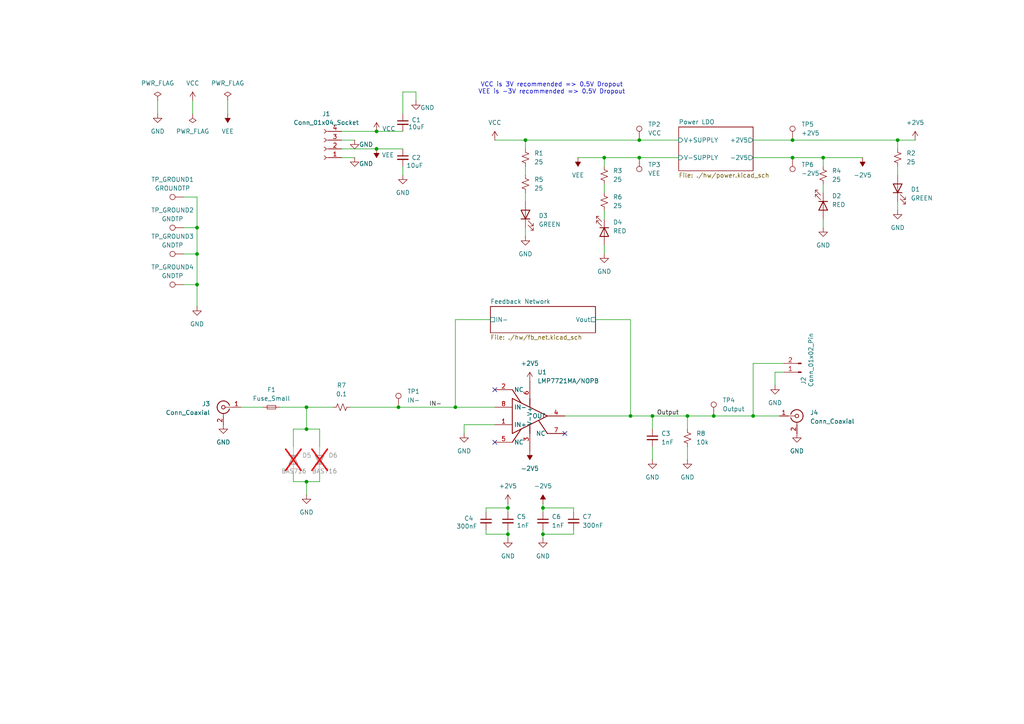
<source format=kicad_sch>
(kicad_sch (version 20231120) (generator "eeschema") (generator_version "8.0")
  (paper "A4")
  (title_block (title "PEtra") (date "2025-01-17") (rev "2") (company "IIS"))
  (lib_symbols
    (symbol "Connector:Conn_01x02_Pin" (pin_names (offset 1.016) hide)
      (property "Reference" "J" (at 0 2.54 0))
      (property "Value" "Conn_01x02_Pin" (at 0 -5.08 0))
      (symbol "Conn_01x02_Pin_1_1"
        (polyline (pts (xy 1.27 -2.54) (xy 0.8636 -2.54)) (stroke (width 0.1524)))
        (polyline (pts (xy 1.27 0) (xy 0.8636 0)) (stroke (width 0.1524)))
        (rectangle (start 0.8636 -2.413) (end 0 -2.667) (stroke (width 0.1524)) (fill (type outline)))
        (rectangle (start 0.8636 0.127) (end 0 -0.127) (stroke (width 0.1524)) (fill (type outline)))
        (pin passive line (at 5.08 0 180) (length 3.81) (name "Pin_1") (number "1"))
        (pin passive line (at 5.08 -2.54 180) (length 3.81) (name "Pin_2") (number "2"))
      )
    )
    (symbol "Connector:Conn_01x04_Socket" (pin_names (offset 1.016) hide)
      (property "Reference" "J" (at 0 5.08 0))
      (property "Value" "Conn_01x04_Socket" (at 0 -7.62 0))
      (symbol "Conn_01x04_Socket_1_1"
        (arc (start 0 -4.572) (mid -0.5058 -5.08) (end 0 -5.588) (stroke (width 0.1524)))
        (arc (start 0 -2.032) (mid -0.5058 -2.54) (end 0 -3.048) (stroke (width 0.1524)))
        (polyline (pts (xy -1.27 -5.08) (xy -0.508 -5.08)) (stroke (width 0.1524)))
        (polyline (pts (xy -1.27 -2.54) (xy -0.508 -2.54)) (stroke (width 0.1524)))
        (polyline (pts (xy -1.27 0) (xy -0.508 0)) (stroke (width 0.1524)))
        (polyline (pts (xy -1.27 2.54) (xy -0.508 2.54)) (stroke (width 0.1524)))
        (arc (start 0 0.508) (mid -0.5058 0) (end 0 -0.508) (stroke (width 0.1524)))
        (arc (start 0 3.048) (mid -0.5058 2.54) (end 0 2.032) (stroke (width 0.1524)))
        (pin passive line (at -5.08 2.54 0) (length 3.81) (name "Pin_1") (number "1"))
        (pin passive line (at -5.08 0 0) (length 3.81) (name "Pin_2") (number "2"))
        (pin passive line (at -5.08 -2.54 0) (length 3.81) (name "Pin_3") (number "3"))
        (pin passive line (at -5.08 -5.08 0) (length 3.81) (name "Pin_4") (number "4"))
      )
    )
    (symbol "Connector:Conn_Coaxial" (pin_names (offset 1.016) hide)
      (property "Reference" "J" (at 0.254 3.048 0))
      (property "Value" "Conn_Coaxial" (at 2.921 0 90))
      (symbol "Conn_Coaxial_0_1"
        (arc (start -1.778 -0.508) (mid 0.2311 -1.8066) (end 1.778 0) (stroke (width 0.254)))
        (polyline (pts (xy -2.54 0) (xy -0.508 0)))
        (polyline (pts (xy 0 -2.54) (xy 0 -1.778)))
        (circle (center 0 0) (radius 0.508) (stroke (width 0.2032)))
        (arc (start 1.778 0) (mid 0.2099 1.8101) (end -1.778 0.508) (stroke (width 0.254)))
      )
      (symbol "Conn_Coaxial_1_1"
        (pin passive line (at -5.08 0 0) (length 2.54) (name "In") (number "1"))
        (pin passive line (at 0 -5.08 90) (length 2.54) (name "Ext") (number "2"))
      )
    )
    (symbol "Connector:TestPoint" (pin_numbers hide) (pin_names (offset 0.762) hide)
      (property "Reference" "TP" (at 0 6.858 0))
      (property "Value" "TestPoint" (at 0 5.08 0))
      (symbol "TestPoint_0_1"
        (circle (center 0 3.302) (radius 0.762))
      )
      (symbol "TestPoint_1_1"
        (pin passive line (at 0 0 90) (length 2.54) (name "1") (number "1"))
      )
    )
    (symbol "Device:C_Small" (pin_numbers hide) (pin_names (offset 0.254) hide)
      (property "Reference" "C" (at 0.254 1.778 0))
      (property "Value" "C_Small" (at 0.254 -2.032 0))
      (symbol "C_Small_0_1"
        (polyline (pts (xy -1.524 -0.508) (xy 1.524 -0.508)) (stroke (width 0.3302)))
        (polyline (pts (xy -1.524 0.508) (xy 1.524 0.508)) (stroke (width 0.3048)))
      )
      (symbol "C_Small_1_1"
        (pin passive line (at 0 2.54 270) (length 2.032) (name "~") (number "1"))
        (pin passive line (at 0 -2.54 90) (length 2.032) (name "~") (number "2"))
      )
    )
    (symbol "Device:D" (pin_numbers hide) (pin_names (offset 1.016) hide)
      (property "Reference" "D" (at 0 2.54 0))
      (property "Value" "D" (at 0 -2.54 0))
      (symbol "D_0_1"
        (polyline (pts (xy -1.27 1.27) (xy -1.27 -1.27)) (stroke (width 0.254)))
        (polyline (pts (xy 1.27 0) (xy -1.27 0)))
        (polyline (pts (xy 1.27 1.27) (xy 1.27 -1.27) (xy -1.27 0) (xy 1.27 1.27)) (stroke (width 0.254)))
      )
      (symbol "D_1_1"
        (pin passive line (at -3.81 0 0) (length 2.54) (name "K") (number "1"))
        (pin passive line (at 3.81 0 180) (length 2.54) (name "A") (number "2"))
      )
    )
    (symbol "Device:Fuse_Small" (pin_numbers hide) (pin_names (offset 0.254) hide)
      (property "Reference" "F" (at 0 -1.524 0))
      (property "Value" "Fuse_Small" (at 0 1.524 0))
      (symbol "Fuse_Small_0_1"
        (rectangle (start -1.27 0.508) (end 1.27 -0.508))
        (polyline (pts (xy -1.27 0) (xy 1.27 0)))
      )
      (symbol "Fuse_Small_1_1"
        (pin passive line (at -2.54 0 0) (length 1.27) (name "~") (number "1"))
        (pin passive line (at 2.54 0 180) (length 1.27) (name "~") (number "2"))
      )
    )
    (symbol "Device:LED" (pin_numbers hide) (pin_names (offset 1.016) hide)
      (property "Reference" "D" (at 0 2.54 0))
      (property "Value" "LED" (at 0 -2.54 0))
      (symbol "LED_0_1"
        (polyline (pts (xy -1.27 -1.27) (xy -1.27 1.27)) (stroke (width 0.254)))
        (polyline (pts (xy -1.27 0) (xy 1.27 0)))
        (polyline (pts (xy 1.27 -1.27) (xy 1.27 1.27) (xy -1.27 0) (xy 1.27 -1.27)) (stroke (width 0.254)))
        (polyline (pts (xy -3.048 -0.762) (xy -4.572 -2.286) (xy -3.81 -2.286) (xy -4.572 -2.286) (xy -4.572 -1.524)))
        (polyline (pts (xy -1.778 -0.762) (xy -3.302 -2.286) (xy -2.54 -2.286) (xy -3.302 -2.286) (xy -3.302 -1.524)))
      )
      (symbol "LED_1_1"
        (pin passive line (at -3.81 0 0) (length 2.54) (name "K") (number "1"))
        (pin passive line (at 3.81 0 180) (length 2.54) (name "A") (number "2"))
      )
    )
    (symbol "Device:R_Small_US" (pin_numbers hide) (pin_names (offset 0.254) hide)
      (property "Reference" "R" (at 0.762 0.508 0))
      (property "Value" "R_Small_US" (at 0.762 -1.016 0))
      (symbol "R_Small_US_1_1"
        (polyline (pts (xy 0 0) (xy 1.016 -0.381) (xy 0 -0.762) (xy -1.016 -1.143) (xy 0 -1.524)))
        (polyline (pts (xy 0 1.524) (xy 1.016 1.143) (xy 0 0.762) (xy -1.016 0.381) (xy 0 0)))
        (pin passive line (at 0 2.54 270) (length 1.016) (name "~") (number "1"))
        (pin passive line (at 0 -2.54 90) (length 1.016) (name "~") (number "2"))
      )
    )
    (symbol "PEtra:LMP7721MA_NOPB"
      (property "Reference" "U" (at 0 0 0))
      (property "Value" "LMP7721MA/NOPB" (at 0 0 0))
      (symbol "LMP7721MA_NOPB_0_1"
        (polyline (pts (xy 0 -10.16) (xy 10.16 -5.08)) (stroke (width 0.254)))
        (polyline (pts (xy 0 0) (xy 0 -10.16)) (stroke (width 0.254)))
        (polyline (pts (xy 0 0) (xy 10.16 -5.08)) (stroke (width 0.254)))
        (polyline (pts (xy 2.54 -8.89) (xy 0 -12.7)) (stroke (width 0.254)))
        (polyline (pts (xy 2.54 -1.27) (xy 0 2.54)) (stroke (width 0.254)))
        (polyline (pts (xy 5.08 -7.62) (xy 5.08 -10.16)) (stroke (width 0.254)))
        (polyline (pts (xy 5.08 0) (xy 5.08 -2.54)) (stroke (width 0.254)))
        (polyline (pts (xy 7.62 -6.35) (xy 10.16 -10.16)) (stroke (width 0.254)))
        (pin input line (at -5.08 -7.62 0) (length 5.08) (name "IN+") (number "1"))
        (pin passive line (at -5.08 2.54 0) (length 5.08) (name "NC") (number "2"))
        (pin power_in line (at 5.08 -15.24 90) (length 6.858) (name "V-") (number "3"))
        (pin output line (at 15.24 -5.08 180) (length 5.08) (name "OUT") (number "4"))
        (pin passive line (at -5.08 -12.7 0) (length 5.08) (name "NC") (number "5"))
        (pin power_in line (at 5.08 5.08 270) (length 6.858) (name "V+") (number "6"))
        (pin passive line (at 15.24 -10.16 180) (length 5.08) (name "NC") (number "7"))
        (pin input line (at -5.08 -2.54 0) (length 5.08) (name "IN-") (number "8"))
      )
    )
    (symbol "power:+2V5" (power) (pin_numbers hide) (pin_names (offset 0) hide)
      (property "Value" "+2V5" (at 0 3.556 0))
      (symbol "+2V5_0_1"
        (polyline (pts (xy -0.762 1.27) (xy 0 2.54)))
        (polyline (pts (xy 0 0) (xy 0 2.54)))
        (polyline (pts (xy 0 2.54) (xy 0.762 1.27)))
      )
      (symbol "+2V5_1_1"
        (pin power_in line (at 0 0 90) (length 0) (name "~") (number "1"))
      )
    )
    (symbol "power:-2V5" (power) (pin_numbers hide) (pin_names (offset 0) hide)
      (property "Value" "-2V5" (at 0 3.556 0))
      (symbol "-2V5_0_0"
        (pin power_in line (at 0 0 90) (length 0) (name "~") (number "1"))
      )
      (symbol "-2V5_0_1"
        (polyline (pts (xy 0 0) (xy 0 1.27) (xy 0.762 1.27) (xy 0 2.54) (xy -0.762 1.27) (xy 0 1.27)) (fill (type outline)))
      )
    )
    (symbol "power:GND" (power) (pin_numbers hide) (pin_names (offset 0) hide)
      (property "Value" "GND" (at 0 -3.81 0))
      (symbol "GND_0_1"
        (polyline (pts (xy 0 0) (xy 0 -1.27) (xy 1.27 -1.27) (xy 0 -2.54) (xy -1.27 -1.27) (xy 0 -1.27)))
      )
      (symbol "GND_1_1"
        (pin power_in line (at 0 0 270) (length 0) (name "~") (number "1"))
      )
    )
    (symbol "power:PWR_FLAG" (power) (pin_numbers hide) (pin_names (offset 0) hide)
      (property "Value" "PWR_FLAG" (at 0 3.81 0))
      (symbol "PWR_FLAG_0_0"
        (pin power_out line (at 0 0 90) (length 0) (name "~") (number "1"))
      )
      (symbol "PWR_FLAG_0_1"
        (polyline (pts (xy 0 0) (xy 0 1.27) (xy -1.016 1.905) (xy 0 2.54) (xy 1.016 1.905) (xy 0 1.27)))
      )
    )
    (symbol "power:VCC" (power) (pin_numbers hide) (pin_names (offset 0) hide)
      (property "Value" "VCC" (at 0 3.556 0))
      (symbol "VCC_0_1"
        (polyline (pts (xy -0.762 1.27) (xy 0 2.54)))
        (polyline (pts (xy 0 0) (xy 0 2.54)))
        (polyline (pts (xy 0 2.54) (xy 0.762 1.27)))
      )
      (symbol "VCC_1_1"
        (pin power_in line (at 0 0 90) (length 0) (name "~") (number "1"))
      )
    )
    (symbol "power:VEE" (power) (pin_numbers hide) (pin_names (offset 0) hide)
      (property "Value" "VEE" (at 0 3.556 0))
      (symbol "VEE_0_1"
        (polyline (pts (xy 0 0) (xy 0 2.54)))
        (polyline (pts (xy 0.762 1.27) (xy -0.762 1.27) (xy 0 2.54) (xy 0.762 1.27)) (fill (type outline)))
      )
      (symbol "VEE_1_1"
        (pin power_in line (at 0 0 90) (length 0) (name "~") (number "1"))
      )
    )
  )
  (junction (at 157.48 154.94))
  (junction (at 57.15 73.66))
  (junction (at 109.22 43.18))
  (junction (at 132.08 118.11))
  (junction (at 115.57 118.11))
  (junction (at 182.88 120.65))
  (junction (at 57.15 82.55))
  (junction (at 229.87 45.72))
  (junction (at 229.87 40.64))
  (junction (at 185.42 45.72))
  (junction (at 57.15 66.04))
  (junction (at 88.9 118.11))
  (junction (at 157.48 147.32))
  (junction (at 147.32 154.94))
  (junction (at 189.23 120.65))
  (junction (at 152.4 40.64))
  (junction (at 260.35 40.64))
  (junction (at 175.26 45.72))
  (junction (at 218.44 120.65))
  (junction (at 88.9 139.7))
  (junction (at 199.39 120.65))
  (junction (at 147.32 147.32))
  (junction (at 88.9 124.46))
  (junction (at 207.01 120.65))
  (junction (at 185.42 40.64))
  (junction (at 238.76 45.72))
  (junction (at 109.22 38.1))
  (no_connect (at 143.51 128.27))
  (no_connect (at 163.83 125.73))
  (no_connect (at 143.51 113.03))
  (wire (pts (xy 175.26 53.34) (xy 175.26 55.88)))
  (wire (pts (xy 175.26 71.12) (xy 175.26 73.66)))
  (wire (pts (xy 132.08 118.11) (xy 143.51 118.11)))
  (wire (pts (xy 132.08 92.71) (xy 132.08 118.11)))
  (wire (pts (xy 238.76 45.72) (xy 250.19 45.72)))
  (wire (pts (xy 157.48 154.94) (xy 166.37 154.94)))
  (wire (pts (xy 218.44 40.64) (xy 229.87 40.64)))
  (wire (pts (xy 224.79 107.95) (xy 227.33 107.95)))
  (wire (pts (xy 189.23 120.65) (xy 189.23 124.46)))
  (wire (pts (xy 182.88 120.65) (xy 182.88 92.71)))
  (wire (pts (xy 53.34 57.15) (xy 57.15 57.15)))
  (wire (pts (xy 115.57 118.11) (xy 132.08 118.11)))
  (wire (pts (xy 66.04 29.21) (xy 66.04 33.02)))
  (wire (pts (xy 260.35 40.64) (xy 265.43 40.64)))
  (wire (pts (xy 147.32 146.05) (xy 147.32 147.32)))
  (wire (pts (xy 166.37 154.94) (xy 166.37 153.67)))
  (wire (pts (xy 260.35 58.42) (xy 260.35 60.96)))
  (wire (pts (xy 166.37 147.32) (xy 157.48 147.32)))
  (wire (pts (xy 101.6 118.11) (xy 115.57 118.11)))
  (wire (pts (xy 167.64 45.72) (xy 175.26 45.72)))
  (wire (pts (xy 85.09 129.54) (xy 85.09 124.46)))
  (wire (pts (xy 260.35 40.64) (xy 260.35 43.18)))
  (wire (pts (xy 92.71 137.16) (xy 92.71 139.7)))
  (wire (pts (xy 92.71 139.7) (xy 88.9 139.7)))
  (wire (pts (xy 175.26 45.72) (xy 185.42 45.72)))
  (wire (pts (xy 157.48 146.05) (xy 157.48 147.32)))
  (wire (pts (xy 143.51 40.64) (xy 152.4 40.64)))
  (wire (pts (xy 260.35 48.26) (xy 260.35 50.8)))
  (wire (pts (xy 218.44 45.72) (xy 229.87 45.72)))
  (wire (pts (xy 45.72 29.21) (xy 45.72 33.02)))
  (wire (pts (xy 140.97 147.32) (xy 147.32 147.32)))
  (wire (pts (xy 53.34 73.66) (xy 57.15 73.66)))
  (wire (pts (xy 88.9 139.7) (xy 85.09 139.7)))
  (wire (pts (xy 189.23 120.65) (xy 199.39 120.65)))
  (wire (pts (xy 88.9 118.11) (xy 96.52 118.11)))
  (wire (pts (xy 185.42 45.72) (xy 196.85 45.72)))
  (wire (pts (xy 57.15 82.55) (xy 57.15 73.66)))
  (wire (pts (xy 116.84 33.02) (xy 116.84 26.67)))
  (wire (pts (xy 92.71 124.46) (xy 92.71 129.54)))
  (wire (pts (xy 229.87 40.64) (xy 260.35 40.64)))
  (wire (pts (xy 134.62 123.19) (xy 143.51 123.19)))
  (wire (pts (xy 85.09 124.46) (xy 88.9 124.46)))
  (wire (pts (xy 99.06 38.1) (xy 109.22 38.1)))
  (wire (pts (xy 207.01 120.65) (xy 218.44 120.65)))
  (wire (pts (xy 189.23 129.54) (xy 189.23 133.35)))
  (wire (pts (xy 88.9 139.7) (xy 88.9 143.51)))
  (wire (pts (xy 238.76 53.34) (xy 238.76 55.88)))
  (wire (pts (xy 224.79 111.76) (xy 224.79 107.95)))
  (wire (pts (xy 175.26 45.72) (xy 175.26 48.26)))
  (wire (pts (xy 175.26 60.96) (xy 175.26 63.5)))
  (wire (pts (xy 88.9 118.11) (xy 88.9 124.46)))
  (wire (pts (xy 53.34 66.04) (xy 57.15 66.04)))
  (wire (pts (xy 199.39 129.54) (xy 199.39 133.35)))
  (wire (pts (xy 152.4 48.26) (xy 152.4 50.8)))
  (wire (pts (xy 140.97 148.59) (xy 140.97 147.32)))
  (wire (pts (xy 81.28 118.11) (xy 88.9 118.11)))
  (wire (pts (xy 120.65 26.67) (xy 120.65 29.21)))
  (wire (pts (xy 229.87 45.72) (xy 238.76 45.72)))
  (wire (pts (xy 57.15 73.66) (xy 57.15 66.04)))
  (wire (pts (xy 57.15 66.04) (xy 57.15 57.15)))
  (wire (pts (xy 147.32 147.32) (xy 147.32 148.59)))
  (wire (pts (xy 109.22 43.18) (xy 116.84 43.18)))
  (wire (pts (xy 238.76 45.72) (xy 238.76 48.26)))
  (wire (pts (xy 166.37 148.59) (xy 166.37 147.32)))
  (wire (pts (xy 152.4 40.64) (xy 185.42 40.64)))
  (wire (pts (xy 182.88 120.65) (xy 189.23 120.65)))
  (wire (pts (xy 218.44 105.41) (xy 227.33 105.41)))
  (wire (pts (xy 57.15 88.9) (xy 57.15 82.55)))
  (wire (pts (xy 152.4 40.64) (xy 152.4 43.18)))
  (wire (pts (xy 99.06 40.64) (xy 102.87 40.64)))
  (wire (pts (xy 147.32 154.94) (xy 140.97 154.94)))
  (wire (pts (xy 55.88 29.21) (xy 55.88 33.02)))
  (wire (pts (xy 238.76 63.5) (xy 238.76 66.04)))
  (wire (pts (xy 157.48 154.94) (xy 157.48 156.21)))
  (wire (pts (xy 142.24 92.71) (xy 132.08 92.71)))
  (wire (pts (xy 147.32 153.67) (xy 147.32 154.94)))
  (wire (pts (xy 69.85 118.11) (xy 76.2 118.11)))
  (wire (pts (xy 116.84 26.67) (xy 120.65 26.67)))
  (wire (pts (xy 199.39 120.65) (xy 199.39 124.46)))
  (wire (pts (xy 185.42 40.64) (xy 196.85 40.64)))
  (wire (pts (xy 88.9 124.46) (xy 92.71 124.46)))
  (wire (pts (xy 218.44 120.65) (xy 226.06 120.65)))
  (wire (pts (xy 85.09 139.7) (xy 85.09 137.16)))
  (wire (pts (xy 199.39 120.65) (xy 207.01 120.65)))
  (wire (pts (xy 152.4 55.88) (xy 152.4 58.42)))
  (wire (pts (xy 152.4 66.04) (xy 152.4 68.58)))
  (wire (pts (xy 99.06 43.18) (xy 109.22 43.18)))
  (wire (pts (xy 157.48 153.67) (xy 157.48 154.94)))
  (wire (pts (xy 134.62 123.19) (xy 134.62 125.73)))
  (wire (pts (xy 53.34 82.55) (xy 57.15 82.55)))
  (wire (pts (xy 140.97 154.94) (xy 140.97 153.67)))
  (wire (pts (xy 157.48 147.32) (xy 157.48 148.59)))
  (wire (pts (xy 99.06 45.72) (xy 102.87 45.72)))
  (wire (pts (xy 116.84 48.26) (xy 116.84 50.8)))
  (wire (pts (xy 182.88 92.71) (xy 172.72 92.71)))
  (wire (pts (xy 109.22 38.1) (xy 116.84 38.1)))
  (wire (pts (xy 218.44 105.41) (xy 218.44 120.65)))
  (wire (pts (xy 147.32 154.94) (xy 147.32 156.21)))
  (wire (pts (xy 182.88 120.65) (xy 163.83 120.65)))
  (text "VCC is 3V recommended => 0.5V Dropout\nVEE is -3V recommended => 0.5V Dropout\n" (at 160.02 25.654 0) (effects (font (size 1.27 1.27))))
  (label "Output" (at 190.5 120.65 0))
  (label "IN-" (at 124.46 118.11 0))
  (symbol (lib_id "power:+2V5") (at 153.67 110.49 0) (unit 1)
    (property "Reference" "#PWR018" (effects (hide yes)))
    (property "Value" "+2V5" (at 153.67 105.41 0))
    (property "Description" "Power symbol creates a global label with name \"+2V5\"" (effects (hide yes)))
  )
  (symbol (lib_id "Device:R_Small_US") (at 99.06 118.11 90) (unit 1)
    (property "Reference" "R7" (at 99.06 111.76 90))
    (property "Value" "0.1" (at 99.06 114.3 90))
    (property "Footprint" "Resistor_SMD:R_0603_1608Metric" (effects (hide yes)))
    (property "Datasheet" "https://www.digikey.ch/de/products/detail/panasonic-electronic-components/ERJ-3RSFR10V/308050" (effects (hide yes)))
    (property "Description" "Resistor, small US symbol" (effects (hide yes)))
  )
  (symbol (lib_id "Connector:TestPoint") (at 53.34 82.55 90) (unit 1)
    (property "Reference" "TP_GROUND4" (at 50.038 77.47 90))
    (property "Value" "GNDTP" (at 50.038 80.01 90))
    (property "Footprint" "TestPoint:TestPoint_Pad_3.0x3.0mm" (effects (hide yes)))
    (property "Description" "test point" (effects (hide yes)))
  )
  (symbol (lib_id "power:GND") (at 134.62 125.73 0) (unit 1)
    (property "Reference" "#PWR013" (effects (hide yes)))
    (property "Value" "GND" (at 134.62 130.81 0))
    (property "Description" "Power symbol creates a global label with name \"GND\" , ground" (effects (hide yes)))
  )
  (symbol (lib_id "Device:C_Small") (at 189.23 127 0) (unit 1)
    (property "Reference" "C3" (at 191.77 125.7362 0) (effects (justify left)))
    (property "Value" "1nF" (at 191.77 128.2762 0) (effects (justify left)))
    (property "Footprint" "Capacitor_SMD:C_0603_1608Metric" (effects (hide yes)))
    (property "Description" "Unpolarized capacitor, small symbol" (effects (hide yes)))
  )
  (symbol (lib_id "Connector:Conn_Coaxial") (at 64.77 118.11 0) (mirror y) (unit 1)
    (property "Reference" "J3" (at 60.96 117.1331 0) (effects (justify left)))
    (property "Value" "Conn_Coaxial" (at 60.96 119.6731 0) (effects (justify left)))
    (property "Footprint" "PEtra:LINX_CONREVSMA001-SMD-G" (effects (hide yes)))
    (property "Description" "coaxial connector (BNC, SMA, SMB, SMC, Cinch/RCA, LEMO, ...)" (effects (hide yes)))
  )
  (symbol (lib_id "Connector:TestPoint") (at 185.42 40.64 0) (unit 1)
    (property "Reference" "TP2" (at 187.96 36.0679 0) (effects (justify left)))
    (property "Value" "VCC" (at 187.96 38.6079 0) (effects (justify left)))
    (property "Footprint" "TestPoint:TestPoint_Pad_D3.0mm" (effects (hide yes)))
    (property "Description" "test point" (effects (hide yes)))
  )
  (symbol (lib_id "power:GND") (at 199.39 133.35 0) (unit 1)
    (property "Reference" "#PWR025" (effects (hide yes)))
    (property "Value" "GND" (at 199.39 138.43 0))
    (property "Description" "Power symbol creates a global label with name \"GND\" , ground" (effects (hide yes)))
  )
  (symbol (lib_id "Device:R_Small_US") (at 152.4 53.34 0) (unit 1)
    (property "Reference" "R5" (at 154.94 52.0699 0) (effects (justify left)))
    (property "Value" "25" (at 154.94 54.6099 0) (effects (justify left)))
    (property "Footprint" "Resistor_SMD:R_1206_3216Metric" (effects (hide yes)))
    (property "Datasheet" "https://www.digikey.ch/de/products/detail/vishay-dale/RCP1206W25R0GEB/5481872" (effects (hide yes)))
    (property "Description" "Resistor, small US symbol" (effects (hide yes)))
  )
  (symbol (lib_id "Device:LED") (at 175.26 67.31 270) (unit 1)
    (property "Reference" "D4" (at 177.8 64.4524 90) (effects (justify left)))
    (property "Value" "RED" (at 177.8 66.9924 90) (effects (justify left)))
    (property "Footprint" "LED_SMD:LED_0603_1608Metric" (effects (hide yes)))
    (property "Datasheet" "https://www.digikey.ch/de/products/detail/w%C3%BCrth-elektronik/150060RS75000/4489901" (effects (hide yes)))
    (property "Description" "Light emitting diode" (effects (hide yes)))
  )
  (symbol (lib_id "power:GND") (at 120.65 29.21 0) (unit 1)
    (property "Reference" "#PWR012" (effects (hide yes)))
    (property "Value" "GND" (at 123.952 31.242 0))
    (property "Description" "Power symbol creates a global label with name \"GND\" , ground" (effects (hide yes)))
  )
  (symbol (lib_id "power:GND") (at 260.35 60.96 0) (unit 1)
    (property "Reference" "#PWR030" (effects (hide yes)))
    (property "Value" "GND" (at 260.35 66.04 0))
    (property "Description" "Power symbol creates a global label with name \"GND\" , ground" (effects (hide yes)))
  )
  (symbol (lib_id "Device:C_Small") (at 116.84 45.72 0) (unit 1)
    (property "Reference" "C2" (at 119.38 45.72 0) (effects (justify left)))
    (property "Value" "10uF" (at 117.856 48.006 0) (effects (justify left)))
    (property "Footprint" "Capacitor_SMD:C_0805_2012Metric" (effects (hide yes)))
    (property "Description" "Unpolarized capacitor, small symbol" (effects (hide yes)))
  )
  (symbol (lib_id "Connector:TestPoint") (at 229.87 45.72 180) (unit 1)
    (property "Reference" "TP6" (at 232.41 47.7519 0) (effects (justify right)))
    (property "Value" "-2V5" (at 232.41 50.2919 0) (effects (justify right)))
    (property "Footprint" "TestPoint:TestPoint_Pad_D3.0mm" (effects (hide yes)))
    (property "Description" "test point" (effects (hide yes)))
  )
  (symbol (lib_id "Connector:TestPoint") (at 185.42 45.72 180) (unit 1)
    (property "Reference" "TP3" (at 187.96 47.7519 0) (effects (justify right)))
    (property "Value" "VEE" (at 187.96 50.2919 0) (effects (justify right)))
    (property "Footprint" "TestPoint:TestPoint_Pad_D3.0mm" (effects (hide yes)))
    (property "Description" "test point" (effects (hide yes)))
  )
  (symbol (lib_id "Connector:TestPoint") (at 53.34 73.66 90) (unit 1)
    (property "Reference" "TP_GROUND3" (at 50.038 68.58 90))
    (property "Value" "GNDTP" (at 50.038 71.12 90))
    (property "Footprint" "TestPoint:TestPoint_Pad_3.0x3.0mm" (effects (hide yes)))
    (property "Description" "test point" (effects (hide yes)))
  )
  (symbol (lib_id "power:GND") (at 157.48 156.21 0) (unit 1)
    (property "Reference" "#PWR021" (effects (hide yes)))
    (property "Value" "GND" (at 157.48 161.29 0))
    (property "Description" "Power symbol creates a global label with name \"GND\" , ground" (effects (hide yes)))
  )
  (symbol (lib_id "Device:LED") (at 152.4 62.23 90) (unit 1)
    (property "Reference" "D3" (at 156.21 62.5474 90) (effects (justify right)))
    (property "Value" "GREEN" (at 156.21 65.0874 90) (effects (justify right)))
    (property "Footprint" "LED_SMD:LED_0603_1608Metric" (effects (hide yes)))
    (property "Datasheet" "https://www.digikey.ch/de/products/detail/w%C3%BCrth-elektronik/150060VS75000/4489906" (effects (hide yes)))
    (property "Description" "Light emitting diode" (effects (hide yes)))
  )
  (symbol (lib_id "power:GND") (at 189.23 133.35 0) (unit 1)
    (property "Reference" "#PWR024" (effects (hide yes)))
    (property "Value" "GND" (at 189.23 138.43 0))
    (property "Description" "Power symbol creates a global label with name \"GND\" , ground" (effects (hide yes)))
  )
  (symbol (lib_id "power:GND") (at 64.77 123.19 0) (unit 1)
    (property "Reference" "#PWR04" (effects (hide yes)))
    (property "Value" "GND" (at 64.77 128.27 0))
    (property "Description" "Power symbol creates a global label with name \"GND\" , ground" (effects (hide yes)))
  )
  (symbol (lib_id "power:+2V5") (at 147.32 146.05 0) (unit 1)
    (property "Reference" "#PWR015" (effects (hide yes)))
    (property "Value" "+2V5" (at 147.32 140.97 0))
    (property "Description" "Power symbol creates a global label with name \"+2V5\"" (effects (hide yes)))
  )
  (symbol (lib_id "power:PWR_FLAG") (at 66.04 29.21 0) (unit 1)
    (property "Reference" "#FLG03" (effects (hide yes)))
    (property "Value" "PWR_FLAG" (at 66.04 24.13 0))
    (property "Description" "Special symbol for telling ERC where power comes from" (effects (hide yes)))
  )
  (symbol (lib_id "Device:C_Small") (at 166.37 151.13 0) (unit 1)
    (property "Reference" "C7" (at 168.91 149.8662 0) (effects (justify left)))
    (property "Value" "300nF" (at 168.91 152.4062 0) (effects (justify left)))
    (property "Footprint" "Capacitor_SMD:C_0603_1608Metric" (effects (hide yes)))
    (property "Description" "Unpolarized capacitor, small symbol" (effects (hide yes)))
  )
  (symbol (lib_id "power:VCC") (at 143.51 40.64 0) (unit 1)
    (property "Reference" "#PWR014" (effects (hide yes)))
    (property "Value" "VCC" (at 143.51 35.56 0))
    (property "Description" "Power symbol creates a global label with name \"VCC\"" (effects (hide yes)))
  )
  (symbol (lib_id "power:-2V5") (at 157.48 146.05 0) (unit 1)
    (property "Reference" "#PWR020" (effects (hide yes)))
    (property "Value" "-2V5" (at 157.48 140.97 0))
    (property "Description" "Power symbol creates a global label with name \"-2V5\"" (effects (hide yes)))
  )
  (symbol (lib_id "Device:R_Small_US") (at 238.76 50.8 0) (unit 1)
    (property "Reference" "R4" (at 241.3 49.5299 0) (effects (justify left)))
    (property "Value" "25" (at 241.3 52.0699 0) (effects (justify left)))
    (property "Footprint" "Resistor_SMD:R_1206_3216Metric" (effects (hide yes)))
    (property "Datasheet" "https://www.digikey.ch/de/products/detail/vishay-dale/RCP1206W25R0GEB/5481872" (effects (hide yes)))
    (property "Description" "Resistor, small US symbol" (effects (hide yes)))
  )
  (symbol (lib_id "power:VEE") (at 167.64 45.72 180) (unit 1)
    (property "Reference" "#PWR022" (effects (hide yes)))
    (property "Value" "VEE" (at 167.64 50.8 0))
    (property "Description" "Power symbol creates a global label with name \"VEE\"" (effects (hide yes)))
  )
  (symbol (lib_id "Device:D") (at 85.09 133.35 270) (unit 1) (dnp yes)
    (property "Reference" "D5" (at 87.63 132.0799 90) (effects (justify left)))
    (property "Value" "BAS716" (at 81.534 136.652 90) (effects (justify left)))
    (property "Footprint" "Diode_SMD:D_SOD-523" (effects (hide yes)))
    (property "Datasheet" "https://www.digikey.ch/de/products/detail/good-ark-semiconductor/BAS716/18668041" (effects (hide yes)))
    (property "Description" "Diode" (effects (hide yes)))
    (property "Sim.Device" "D" (effects (hide yes)))
    (property "Sim.Pins" "1=K 2=A" (effects (hide yes)))
  )
  (symbol (lib_id "Connector:TestPoint") (at 115.57 118.11 0) (unit 1)
    (property "Reference" "TP1" (at 118.11 113.5379 0) (effects (justify left)))
    (property "Value" "IN-" (at 118.11 116.0779 0) (effects (justify left)))
    (property "Footprint" "TestPoint:TestPoint_Pad_D3.0mm" (effects (hide yes)))
    (property "Description" "test point" (effects (hide yes)))
  )
  (symbol (lib_id "Connector:Conn_Coaxial") (at 231.14 120.65 0) (unit 1)
    (property "Reference" "J4" (at 234.95 119.6731 0) (effects (justify left)))
    (property "Value" "Conn_Coaxial" (at 234.95 122.2131 0) (effects (justify left)))
    (property "Footprint" "PEtra:LINX_CONREVSMA001-SMD-G" (effects (hide yes)))
    (property "Description" "coaxial connector (BNC, SMA, SMB, SMC, Cinch/RCA, LEMO, ...)" (effects (hide yes)))
  )
  (symbol (lib_id "power:-2V5") (at 153.67 130.81 180) (unit 1)
    (property "Reference" "#PWR019" (effects (hide yes)))
    (property "Value" "-2V5" (at 153.67 135.89 0))
    (property "Description" "Power symbol creates a global label with name \"-2V5\"" (effects (hide yes)))
  )
  (symbol (lib_id "Device:Fuse_Small") (at 78.74 118.11 0) (unit 1)
    (property "Reference" "F1" (at 78.74 113.03 0))
    (property "Value" "Fuse_Small" (at 78.74 115.57 0))
    (property "Footprint" "Fuse:Fuse_0603_1608Metric" (effects (hide yes)))
    (property "Datasheet" "https://www.digikey.ch/en/products/detail/kyocera-avx/F0603G0R02FNTR/9948432" (effects (hide yes)))
    (property "Description" "Fuse, small symbol" (effects (hide yes)))
  )
  (symbol (lib_id "power:PWR_FLAG") (at 45.72 29.21 0) (unit 1)
    (property "Reference" "#FLG01" (effects (hide yes)))
    (property "Value" "PWR_FLAG" (at 45.72 24.13 0))
    (property "Description" "Special symbol for telling ERC where power comes from" (effects (hide yes)))
  )
  (symbol (lib_id "Device:R_Small_US") (at 175.26 50.8 0) (unit 1)
    (property "Reference" "R3" (at 177.8 49.5299 0) (effects (justify left)))
    (property "Value" "25" (at 177.8 52.0699 0) (effects (justify left)))
    (property "Footprint" "Resistor_SMD:R_1206_3216Metric" (effects (hide yes)))
    (property "Datasheet" "https://www.digikey.ch/de/products/detail/vishay-dale/RCP1206W25R0GEB/5481872" (effects (hide yes)))
    (property "Description" "Resistor, small US symbol" (effects (hide yes)))
  )
  (symbol (lib_id "power:-2V5") (at 250.19 45.72 180) (unit 1)
    (property "Reference" "#PWR029" (effects (hide yes)))
    (property "Value" "-2V5" (at 250.19 50.8 0))
    (property "Description" "Power symbol creates a global label with name \"-2V5\"" (effects (hide yes)))
  )
  (symbol (lib_id "power:GND") (at 45.72 33.02 0) (unit 1)
    (property "Reference" "#PWR01" (effects (hide yes)))
    (property "Value" "GND" (at 45.72 38.1 0))
    (property "Description" "Power symbol creates a global label with name \"GND\" , ground" (effects (hide yes)))
  )
  (symbol (lib_id "power:VCC") (at 109.22 38.1 0) (unit 1)
    (property "Reference" "#PWR09" (effects (hide yes)))
    (property "Value" "VCC" (at 112.776 37.338 0))
    (property "Description" "Power symbol creates a global label with name \"VCC\"" (effects (hide yes)))
  )
  (symbol (lib_id "power:GND") (at 102.87 40.64 0) (unit 1)
    (property "Reference" "#PWR07" (effects (hide yes)))
    (property "Value" "GND" (at 106.172 41.91 0))
    (property "Description" "Power symbol creates a global label with name \"GND\" , ground" (effects (hide yes)))
  )
  (symbol (lib_id "Connector:Conn_01x04_Socket") (at 93.98 43.18 180) (unit 1)
    (property "Reference" "J1" (at 94.615 33.02 0))
    (property "Value" "Conn_01x04_Socket" (at 94.615 35.56 0))
    (property "Footprint" "PEtra:CONN_1985218" (effects (hide yes)))
    (property "Description" "Generic connector, single row, 01x04, script generated" (effects (hide yes)))
  )
  (symbol (lib_id "Device:R_Small_US") (at 260.35 45.72 0) (unit 1)
    (property "Reference" "R2" (at 262.89 44.4499 0) (effects (justify left)))
    (property "Value" "25" (at 262.89 46.9899 0) (effects (justify left)))
    (property "Footprint" "Resistor_SMD:R_1206_3216Metric" (effects (hide yes)))
    (property "Datasheet" "https://www.digikey.ch/de/products/detail/vishay-dale/RCP1206W25R0GEB/5481872" (effects (hide yes)))
    (property "Description" "Resistor, small US symbol" (effects (hide yes)))
  )
  (symbol (lib_id "power:GND") (at 116.84 50.8 0) (unit 1)
    (property "Reference" "#PWR011" (effects (hide yes)))
    (property "Value" "GND" (at 116.84 55.88 0))
    (property "Description" "Power symbol creates a global label with name \"GND\" , ground" (effects (hide yes)))
  )
  (symbol (lib_id "power:GND") (at 102.87 45.72 0) (unit 1)
    (property "Reference" "#PWR08" (effects (hide yes)))
    (property "Value" "GND" (at 106.172 47.498 0))
    (property "Description" "Power symbol creates a global label with name \"GND\" , ground" (effects (hide yes)))
  )
  (symbol (lib_id "power:GND") (at 175.26 73.66 0) (unit 1)
    (property "Reference" "#PWR023" (effects (hide yes)))
    (property "Value" "GND" (at 175.26 78.74 0))
    (property "Description" "Power symbol creates a global label with name \"GND\" , ground" (effects (hide yes)))
  )
  (symbol (lib_id "power:GND") (at 88.9 143.51 0) (unit 1)
    (property "Reference" "#PWR06" (effects (hide yes)))
    (property "Value" "GND" (at 88.9 148.59 0))
    (property "Description" "Power symbol creates a global label with name \"GND\" , ground" (effects (hide yes)))
  )
  (symbol (lib_id "power:GND") (at 238.76 66.04 0) (unit 1)
    (property "Reference" "#PWR028" (effects (hide yes)))
    (property "Value" "GND" (at 238.76 71.12 0))
    (property "Description" "Power symbol creates a global label with name \"GND\" , ground" (effects (hide yes)))
  )
  (symbol (lib_id "PEtra:LMP7721MA_NOPB") (at 148.59 115.57 0) (unit 1)
    (property "Reference" "U1" (at 155.8641 107.95 0) (effects (justify left)))
    (property "Value" "LMP7721MA/NOPB" (at 155.8641 110.49 0) (effects (justify left)))
    (property "Footprint" "Package_SO:SOIC-8_3.9x4.9mm_P1.27mm" (effects (hide yes)))
    (property "Datasheet" "https://www.ti.com/lit/ds/symlink/lmp7721.pdf" (effects (hide yes)))
  )
  (symbol (lib_id "power:GND") (at 152.4 68.58 0) (unit 1)
    (property "Reference" "#PWR017" (effects (hide yes)))
    (property "Value" "GND" (at 152.4 73.66 0))
    (property "Description" "Power symbol creates a global label with name \"GND\" , ground" (effects (hide yes)))
  )
  (symbol (lib_id "Device:C_Small") (at 147.32 151.13 0) (unit 1)
    (property "Reference" "C5" (at 149.86 149.8662 0) (effects (justify left)))
    (property "Value" "1nF" (at 149.86 152.4062 0) (effects (justify left)))
    (property "Footprint" "Capacitor_SMD:C_0603_1608Metric" (effects (hide yes)))
    (property "Description" "Unpolarized capacitor, small symbol" (effects (hide yes)))
  )
  (symbol (lib_id "Device:R_Small_US") (at 152.4 45.72 0) (unit 1)
    (property "Reference" "R1" (at 154.94 44.4499 0) (effects (justify left)))
    (property "Value" "25" (at 154.94 46.9899 0) (effects (justify left)))
    (property "Footprint" "Resistor_SMD:R_1206_3216Metric" (effects (hide yes)))
    (property "Datasheet" "https://www.digikey.ch/de/products/detail/vishay-dale/RCP1206W25R0GEB/5481872" (effects (hide yes)))
    (property "Description" "Resistor, small US symbol" (effects (hide yes)))
  )
  (symbol (lib_id "Device:R_Small_US") (at 175.26 58.42 0) (unit 1)
    (property "Reference" "R6" (at 177.8 57.1499 0) (effects (justify left)))
    (property "Value" "25" (at 177.8 59.6899 0) (effects (justify left)))
    (property "Footprint" "Resistor_SMD:R_1206_3216Metric" (effects (hide yes)))
    (property "Datasheet" "https://www.digikey.ch/de/products/detail/vishay-dale/RCP1206W25R0GEB/5481872" (effects (hide yes)))
    (property "Description" "Resistor, small US symbol" (effects (hide yes)))
  )
  (symbol (lib_id "power:VEE") (at 109.22 43.18 180) (unit 1)
    (property "Reference" "#PWR010" (effects (hide yes)))
    (property "Value" "VEE" (at 112.522 44.958 0))
    (property "Description" "Power symbol creates a global label with name \"VEE\"" (effects (hide yes)))
  )
  (symbol (lib_id "power:+2V5") (at 265.43 40.64 0) (unit 1)
    (property "Reference" "#PWR031" (effects (hide yes)))
    (property "Value" "+2V5" (at 265.43 35.56 0))
    (property "Description" "Power symbol creates a global label with name \"+2V5\"" (effects (hide yes)))
  )
  (symbol (lib_id "power:GND") (at 231.14 125.73 0) (unit 1)
    (property "Reference" "#PWR027" (effects (hide yes)))
    (property "Value" "GND" (at 231.14 130.81 0))
    (property "Description" "Power symbol creates a global label with name \"GND\" , ground" (effects (hide yes)))
  )
  (symbol (lib_id "Device:LED") (at 238.76 59.69 270) (unit 1)
    (property "Reference" "D2" (at 241.3 56.8324 90) (effects (justify left)))
    (property "Value" "RED" (at 241.3 59.3724 90) (effects (justify left)))
    (property "Footprint" "LED_SMD:LED_0603_1608Metric" (effects (hide yes)))
    (property "Datasheet" "https://www.digikey.ch/de/products/detail/w%C3%BCrth-elektronik/150060RS75000/4489901" (effects (hide yes)))
    (property "Description" "Light emitting diode" (effects (hide yes)))
  )
  (symbol (lib_id "power:PWR_FLAG") (at 55.88 33.02 180) (unit 1)
    (property "Reference" "#FLG02" (effects (hide yes)))
    (property "Value" "PWR_FLAG" (at 55.88 38.1 0))
    (property "Description" "Special symbol for telling ERC where power comes from" (effects (hide yes)))
  )
  (symbol (lib_id "power:GND") (at 147.32 156.21 0) (unit 1)
    (property "Reference" "#PWR016" (effects (hide yes)))
    (property "Value" "GND" (at 147.32 161.29 0))
    (property "Description" "Power symbol creates a global label with name \"GND\" , ground" (effects (hide yes)))
  )
  (symbol (lib_id "Device:C_Small") (at 140.97 151.13 0) (unit 1)
    (property "Reference" "C4" (at 134.62 150.368 0) (effects (justify left)))
    (property "Value" "300nF" (at 132.334 152.654 0) (effects (justify left)))
    (property "Footprint" "Capacitor_SMD:C_0603_1608Metric" (effects (hide yes)))
    (property "Description" "Unpolarized capacitor, small symbol" (effects (hide yes)))
  )
  (symbol (lib_id "power:VCC") (at 55.88 29.21 0) (unit 1)
    (property "Reference" "#PWR02" (effects (hide yes)))
    (property "Value" "VCC" (at 55.88 24.13 0))
    (property "Description" "Power symbol creates a global label with name \"VCC\"" (effects (hide yes)))
  )
  (symbol (lib_id "Device:R_Small_US") (at 199.39 127 0) (unit 1)
    (property "Reference" "R8" (at 201.93 125.7299 0) (effects (justify left)))
    (property "Value" "10k" (at 201.93 128.2699 0) (effects (justify left)))
    (property "Footprint" "Resistor_SMD:R_0603_1608Metric" (effects (hide yes)))
    (property "Description" "Resistor, small US symbol" (effects (hide yes)))
  )
  (symbol (lib_id "Connector:TestPoint") (at 229.87 40.64 0) (unit 1)
    (property "Reference" "TP5" (at 232.41 36.0679 0) (effects (justify left)))
    (property "Value" "+2V5" (at 232.41 38.6079 0) (effects (justify left)))
    (property "Footprint" "TestPoint:TestPoint_Pad_D3.0mm" (effects (hide yes)))
    (property "Description" "test point" (effects (hide yes)))
  )
  (symbol (lib_id "Connector:Conn_01x02_Pin") (at 232.41 107.95 180) (unit 1)
    (property "Reference" "J2" (at 233.0451 109.22 90) (effects (justify left)))
    (property "Value" "Conn_01x02_Pin" (at 235.204 96.52 90) (effects (justify left)))
    (property "Footprint" "Connector_PinHeader_1.27mm:PinHeader_1x02_P1.27mm_Vertical" (effects (hide yes)))
    (property "Description" "Generic connector, single row, 01x02, script generated" (effects (hide yes)))
  )
  (symbol (lib_id "Connector:TestPoint") (at 53.34 66.04 90) (unit 1)
    (property "Reference" "TP_GROUND2" (at 50.038 60.96 90))
    (property "Value" "GNDTP" (at 50.038 63.5 90))
    (property "Footprint" "TestPoint:TestPoint_Pad_3.0x3.0mm" (effects (hide yes)))
    (property "Description" "test point" (effects (hide yes)))
  )
  (symbol (lib_id "Device:C_Small") (at 157.48 151.13 0) (unit 1)
    (property "Reference" "C6" (at 160.02 149.8662 0) (effects (justify left)))
    (property "Value" "1nF" (at 160.02 152.4062 0) (effects (justify left)))
    (property "Footprint" "Capacitor_SMD:C_0603_1608Metric" (effects (hide yes)))
    (property "Description" "Unpolarized capacitor, small symbol" (effects (hide yes)))
  )
  (symbol (lib_id "Device:D") (at 92.71 133.35 90) (unit 1) (dnp yes)
    (property "Reference" "D6" (at 95.25 132.0799 90) (effects (justify right)))
    (property "Value" "BAS716" (at 90.424 136.652 90) (effects (justify right)))
    (property "Footprint" "Diode_SMD:D_SOD-523" (effects (hide yes)))
    (property "Datasheet" "https://www.digikey.ch/de/products/detail/good-ark-semiconductor/BAS716/18668041" (effects (hide yes)))
    (property "Description" "Diode" (effects (hide yes)))
    (property "Sim.Device" "D" (effects (hide yes)))
    (property "Sim.Pins" "1=K 2=A" (effects (hide yes)))
  )
  (symbol (lib_id "power:VEE") (at 66.04 33.02 180) (unit 1)
    (property "Reference" "#PWR05" (effects (hide yes)))
    (property "Value" "VEE" (at 66.04 38.1 0))
    (property "Description" "Power symbol creates a global label with name \"VEE\"" (effects (hide yes)))
  )
  (symbol (lib_id "power:GND") (at 224.79 111.76 0) (unit 1)
    (property "Reference" "#PWR026" (effects (hide yes)))
    (property "Value" "GND" (at 224.79 116.84 0))
    (property "Description" "Power symbol creates a global label with name \"GND\" , ground" (effects (hide yes)))
  )
  (symbol (lib_id "Connector:TestPoint") (at 53.34 57.15 90) (unit 1)
    (property "Reference" "TP_GROUND1" (at 50.038 52.07 90))
    (property "Value" "GROUNDTP" (at 50.038 54.61 90))
    (property "Footprint" "TestPoint:TestPoint_Pad_3.0x3.0mm" (effects (hide yes)))
    (property "Description" "test point" (effects (hide yes)))
  )
  (symbol (lib_id "Connector:TestPoint") (at 207.01 120.65 0) (unit 1)
    (property "Reference" "TP4" (at 209.55 116.0779 0) (effects (justify left)))
    (property "Value" "Output" (at 209.55 118.6179 0) (effects (justify left)))
    (property "Footprint" "TestPoint:TestPoint_Pad_D3.0mm" (effects (hide yes)))
    (property "Description" "test point" (effects (hide yes)))
  )
  (symbol (lib_id "Device:C_Small") (at 116.84 35.56 0) (unit 1)
    (property "Reference" "C1" (at 119.38 34.798 0) (effects (justify left)))
    (property "Value" "10uF" (at 118.364 36.83 0) (effects (justify left)))
    (property "Footprint" "Capacitor_SMD:C_0805_2012Metric" (effects (hide yes)))
    (property "Description" "Unpolarized capacitor, small symbol" (effects (hide yes)))
  )
  (symbol (lib_id "power:GND") (at 57.15 88.9 0) (unit 1)
    (property "Reference" "#PWR03" (effects (hide yes)))
    (property "Value" "GND" (at 57.15 93.98 0))
    (property "Description" "Power symbol creates a global label with name \"GND\" , ground" (effects (hide yes)))
  )
  (symbol (lib_id "Device:LED") (at 260.35 54.61 90) (unit 1)
    (property "Reference" "D1" (at 264.16 54.9274 90) (effects (justify right)))
    (property "Value" "GREEN" (at 264.16 57.4674 90) (effects (justify right)))
    (property "Footprint" "LED_SMD:LED_0603_1608Metric" (effects (hide yes)))
    (property "Datasheet" "https://www.digikey.ch/de/products/detail/w%C3%BCrth-elektronik/150060VS75000/4489906" (effects (hide yes)))
    (property "Description" "Light emitting diode" (effects (hide yes)))
  )
  (sheet (at 142.24 88.9) (size 30.48 7.62) (stroke (width 0.1524))
    (property "Sheetname" "Feedback Network" (at 142.24 88.1884 0) (effects (justify left bottom)))
    (property "Sheetfile" "./hw/fb_net.kicad_sch" (at 142.24 97.1046 0) (effects (justify left top)))
    (pin "IN-" passive (at 142.24 92.71 180))
    (pin "Vout" passive (at 172.72 92.71 0))
  )
  (sheet (at 196.85 36.83) (size 21.59 12.7) (stroke (width 0.1524))
    (property "Sheetname" "Power LDO" (at 196.85 36.1184 0) (effects (justify left bottom)))
    (property "Sheetfile" "./hw/power.kicad_sch" (at 196.85 50.1146 0) (effects (justify left top)))
    (pin "V+SUPPLY" input (at 196.85 40.64 180))
    (pin "V-SUPPLY" input (at 196.85 45.72 180))
    (pin "+2V5" output (at 218.44 40.64 0))
    (pin "-2V5" output (at 218.44 45.72 0))
  )
)
</source>
